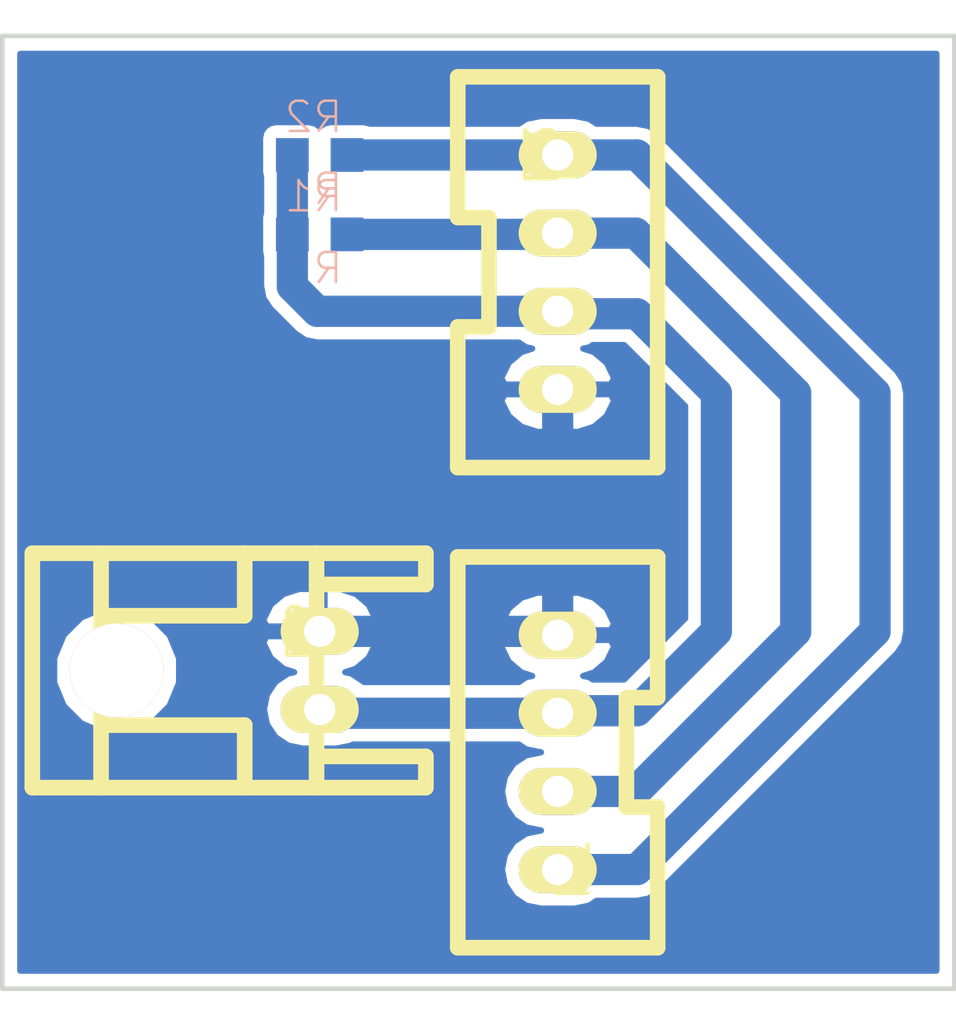
<source format=kicad_pcb>
(kicad_pcb (version 4) (host pcbnew 4.0.2-stable)

  (general
    (links 10)
    (no_connects 0)
    (area 101.524999 67.234999 132.155001 97.865001)
    (thickness 1.6)
    (drawings 4)
    (tracks 29)
    (zones 0)
    (modules 5)
    (nets 5)
  )

  (page A4)
  (layers
    (0 F.Cu signal)
    (31 B.Cu signal)
    (32 B.Adhes user)
    (33 F.Adhes user)
    (34 B.Paste user)
    (35 F.Paste user)
    (36 B.SilkS user)
    (37 F.SilkS user)
    (38 B.Mask user)
    (39 F.Mask user)
    (40 Dwgs.User user)
    (41 Cmts.User user)
    (42 Eco1.User user)
    (43 Eco2.User user)
    (44 Edge.Cuts user)
    (45 Margin user)
    (46 B.CrtYd user)
    (47 F.CrtYd user)
    (48 B.Fab user)
    (49 F.Fab user)
  )

  (setup
    (last_trace_width 1)
    (user_trace_width 0.5)
    (user_trace_width 1)
    (trace_clearance 0.2)
    (zone_clearance 0.4)
    (zone_45_only no)
    (trace_min 0.2)
    (segment_width 0.2)
    (edge_width 0.15)
    (via_size 0.6)
    (via_drill 0.4)
    (via_min_size 0.4)
    (via_min_drill 0.3)
    (user_via 1.2 0.8)
    (uvia_size 0.3)
    (uvia_drill 0.1)
    (uvias_allowed no)
    (uvia_min_size 0.2)
    (uvia_min_drill 0.1)
    (pcb_text_width 0.3)
    (pcb_text_size 1.5 1.5)
    (mod_edge_width 0.15)
    (mod_text_size 1 1)
    (mod_text_width 0.15)
    (pad_size 1.524 1.524)
    (pad_drill 0.762)
    (pad_to_mask_clearance 0.2)
    (aux_axis_origin 0 0)
    (visible_elements 7FFFFFFF)
    (pcbplotparams
      (layerselection 0x01000_80000000)
      (usegerberextensions false)
      (excludeedgelayer true)
      (linewidth 0.100000)
      (plotframeref false)
      (viasonmask false)
      (mode 1)
      (useauxorigin false)
      (hpglpennumber 1)
      (hpglpenspeed 20)
      (hpglpendiameter 15)
      (hpglpenoverlay 2)
      (psnegative false)
      (psa4output false)
      (plotreference true)
      (plotvalue true)
      (plotinvisibletext false)
      (padsonsilk false)
      (subtractmaskfromsilk false)
      (outputformat 1)
      (mirror false)
      (drillshape 0)
      (scaleselection 1)
      (outputdirectory ""))
  )

  (net 0 "")
  (net 1 GND)
  (net 2 +5V)
  (net 3 "Net-(P1-Pad3)")
  (net 4 "Net-(P1-Pad4)")

  (net_class Default "これは標準のネット クラスです。"
    (clearance 0.2)
    (trace_width 0.25)
    (via_dia 0.6)
    (via_drill 0.4)
    (uvia_dia 0.3)
    (uvia_drill 0.1)
    (add_net +5V)
    (add_net GND)
    (add_net "Net-(P1-Pad3)")
    (add_net "Net-(P1-Pad4)")
  )

  (module RP_KiCAD_Connector:XA_2LC (layer F.Cu) (tedit 5763B232) (tstamp 579F2A11)
    (at 111.76 86.36 270)
    (path /579F2B74)
    (fp_text reference P2 (at 0 0.5 270) (layer F.SilkS)
      (effects (font (size 1 1) (thickness 0.15)))
    )
    (fp_text value CONN_01X02 (at 0 -0.5 270) (layer F.Fab)
      (effects (font (size 1 1) (thickness 0.15)))
    )
    (fp_line (start -1.5 -3.4) (end -2.5 -3.4) (layer F.SilkS) (width 0.5))
    (fp_line (start 5 -3.4) (end 4 -3.4) (layer F.SilkS) (width 0.5))
    (fp_line (start 4 -3.4) (end 4 0.1) (layer F.SilkS) (width 0.5))
    (fp_line (start -1.5 -3.4) (end -1.5 0.1) (layer F.SilkS) (width 0.5))
    (fp_line (start 3 2.4) (end 5 2.4) (layer F.SilkS) (width 0.5))
    (fp_line (start -0.5 2.4) (end -2.5 2.4) (layer F.SilkS) (width 0.5))
    (fp_line (start 3 2.4) (end 3 7) (layer F.SilkS) (width 0.5))
    (fp_line (start -0.5 2.4) (end -0.5 7) (layer F.SilkS) (width 0.5))
    (fp_line (start -2.5 0.1) (end 5 0.1) (layer F.SilkS) (width 0.5))
    (fp_line (start -2.5 7) (end 5 7) (layer F.SilkS) (width 0.5))
    (fp_line (start -2.5 9.2) (end 5 9.2) (layer F.SilkS) (width 0.5))
    (fp_line (start 5 -3.4) (end 5 9.2) (layer F.SilkS) (width 0.5))
    (fp_line (start -2.5 -3.4) (end -2.5 9.2) (layer F.SilkS) (width 0.5))
    (pad 1 thru_hole oval (at 0 0 270) (size 1.5 2.5) (drill 1) (layers *.Cu *.Mask F.SilkS)
      (net 1 GND))
    (pad 2 thru_hole oval (at 2.5 0 270) (size 1.5 2.5) (drill 1) (layers *.Cu *.Mask F.SilkS)
      (net 2 +5V))
    (pad "" thru_hole circle (at 1.25 6.5 270) (size 3 3) (drill 3) (layers *.Cu *.Mask F.SilkS)
      (clearance -0.3))
    (model conn_XA/XA_2S.wrl
      (at (xyz 0.05 -0.2 0))
      (scale (xyz 4 4 4))
      (rotate (xyz 0 0 180))
    )
  )

  (module RP_KiCAD_Connector:XA_4T (layer F.Cu) (tedit 5763BB94) (tstamp 579F2A6C)
    (at 119.38 93.98 90)
    (path /579F29C3)
    (fp_text reference P1 (at 0 0.5 90) (layer F.SilkS)
      (effects (font (size 1 1) (thickness 0.15)))
    )
    (fp_text value CONN_01X04 (at 0 -0.5 90) (layer F.Fab)
      (effects (font (size 1 1) (thickness 0.15)))
    )
    (fp_line (start -2.5 3.2) (end 2 3.2) (layer F.SilkS) (width 0.5))
    (fp_line (start 2 3.2) (end 2 2.2) (layer F.SilkS) (width 0.5))
    (fp_line (start 2 2.2) (end 5.5 2.2) (layer F.SilkS) (width 0.5))
    (fp_line (start 5.5 2.2) (end 5.5 3.2) (layer F.SilkS) (width 0.5))
    (fp_line (start 5.5 3.2) (end 10 3.2) (layer F.SilkS) (width 0.5))
    (fp_line (start 10 -3.2) (end -2.5 -3.2) (layer F.SilkS) (width 0.5))
    (fp_line (start 10 3.2) (end 10 -3.2) (layer F.SilkS) (width 0.5))
    (fp_line (start -2.5 -3.2) (end -2.5 3.2) (layer F.SilkS) (width 0.5))
    (pad 4 thru_hole oval (at 0 0 90) (size 1.5 2.5) (drill 1) (layers *.Cu *.Mask F.SilkS)
      (net 4 "Net-(P1-Pad4)"))
    (pad 3 thru_hole oval (at 2.5 0 90) (size 1.5 2.5) (drill 1) (layers *.Cu *.Mask F.SilkS)
      (net 3 "Net-(P1-Pad3)"))
    (pad 2 thru_hole oval (at 5 0 90) (size 1.5 2.5) (drill 1) (layers *.Cu *.Mask F.SilkS)
      (net 2 +5V))
    (pad 1 thru_hole oval (at 7.5 0 90) (size 1.5 2.5) (drill 1) (layers *.Cu *.Mask F.SilkS)
      (net 1 GND))
    (model conn_XA/XA_4T.wrl
      (at (xyz 0.15 0 0))
      (scale (xyz 3.95 3.95 3.95))
      (rotate (xyz -90 0 0))
    )
  )

  (module RP_KiCAD_Connector:XA_4T (layer F.Cu) (tedit 5763BB94) (tstamp 579F2A73)
    (at 119.38 71.12 270)
    (path /579F2980)
    (fp_text reference P3 (at 0 0.5 270) (layer F.SilkS)
      (effects (font (size 1 1) (thickness 0.15)))
    )
    (fp_text value CONN_01X04 (at 0 -0.5 270) (layer F.Fab)
      (effects (font (size 1 1) (thickness 0.15)))
    )
    (fp_line (start -2.5 3.2) (end 2 3.2) (layer F.SilkS) (width 0.5))
    (fp_line (start 2 3.2) (end 2 2.2) (layer F.SilkS) (width 0.5))
    (fp_line (start 2 2.2) (end 5.5 2.2) (layer F.SilkS) (width 0.5))
    (fp_line (start 5.5 2.2) (end 5.5 3.2) (layer F.SilkS) (width 0.5))
    (fp_line (start 5.5 3.2) (end 10 3.2) (layer F.SilkS) (width 0.5))
    (fp_line (start 10 -3.2) (end -2.5 -3.2) (layer F.SilkS) (width 0.5))
    (fp_line (start 10 3.2) (end 10 -3.2) (layer F.SilkS) (width 0.5))
    (fp_line (start -2.5 -3.2) (end -2.5 3.2) (layer F.SilkS) (width 0.5))
    (pad 4 thru_hole oval (at 0 0 270) (size 1.5 2.5) (drill 1) (layers *.Cu *.Mask F.SilkS)
      (net 4 "Net-(P1-Pad4)"))
    (pad 3 thru_hole oval (at 2.5 0 270) (size 1.5 2.5) (drill 1) (layers *.Cu *.Mask F.SilkS)
      (net 3 "Net-(P1-Pad3)"))
    (pad 2 thru_hole oval (at 5 0 270) (size 1.5 2.5) (drill 1) (layers *.Cu *.Mask F.SilkS)
      (net 2 +5V))
    (pad 1 thru_hole oval (at 7.5 0 270) (size 1.5 2.5) (drill 1) (layers *.Cu *.Mask F.SilkS)
      (net 1 GND))
    (model conn_XA/XA_4T.wrl
      (at (xyz 0.15 0 0))
      (scale (xyz 3.95 3.95 3.95))
      (rotate (xyz -90 0 0))
    )
  )

  (module RP_KiCAD_Libs:C0603K (layer B.Cu) (tedit 0) (tstamp 57A2F859)
    (at 111.76 73.66 180)
    (descr "<b>Ceramic Chip Capacitor KEMET 0603 reflow solder</b><p>\nMetric Code Size 1608")
    (path /579F2A87)
    (fp_text reference R1 (at -0.8 0.65 180) (layer B.SilkS)
      (effects (font (size 0.9652 0.9652) (thickness 0.08128)) (justify left bottom mirror))
    )
    (fp_text value R (at -0.8 -1.65 180) (layer B.SilkS)
      (effects (font (size 0.9652 0.9652) (thickness 0.08128)) (justify left bottom mirror))
    )
    (fp_line (start -0.725 0.35) (end 0.725 0.35) (layer Dwgs.User) (width 0.1016))
    (fp_line (start 0.725 -0.35) (end -0.725 -0.35) (layer Dwgs.User) (width 0.1016))
    (fp_poly (pts (xy -0.8 -0.4) (xy -0.45 -0.4) (xy -0.45 0.4) (xy -0.8 0.4)) (layer Dwgs.User) (width 0))
    (fp_poly (pts (xy 0.45 -0.4) (xy 0.8 -0.4) (xy 0.8 0.4) (xy 0.45 0.4)) (layer Dwgs.User) (width 0))
    (pad 1 smd rect (at -0.875 0 180) (size 1.05 1.08) (layers B.Cu B.Paste B.Mask)
      (net 3 "Net-(P1-Pad3)"))
    (pad 2 smd rect (at 0.875 0 180) (size 1.05 1.08) (layers B.Cu B.Paste B.Mask)
      (net 2 +5V))
    (model Resistors_SMD.3dshapes/R_0603.wrl
      (at (xyz 0 0 0))
      (scale (xyz 1 1 1))
      (rotate (xyz 0 0 0))
    )
  )

  (module RP_KiCAD_Libs:C0603K (layer B.Cu) (tedit 0) (tstamp 57A2F85E)
    (at 111.76 71.12 180)
    (descr "<b>Ceramic Chip Capacitor KEMET 0603 reflow solder</b><p>\nMetric Code Size 1608")
    (path /579F2ADA)
    (fp_text reference R2 (at -0.8 0.65 180) (layer B.SilkS)
      (effects (font (size 0.9652 0.9652) (thickness 0.08128)) (justify left bottom mirror))
    )
    (fp_text value R (at -0.8 -1.65 180) (layer B.SilkS)
      (effects (font (size 0.9652 0.9652) (thickness 0.08128)) (justify left bottom mirror))
    )
    (fp_line (start -0.725 0.35) (end 0.725 0.35) (layer Dwgs.User) (width 0.1016))
    (fp_line (start 0.725 -0.35) (end -0.725 -0.35) (layer Dwgs.User) (width 0.1016))
    (fp_poly (pts (xy -0.8 -0.4) (xy -0.45 -0.4) (xy -0.45 0.4) (xy -0.8 0.4)) (layer Dwgs.User) (width 0))
    (fp_poly (pts (xy 0.45 -0.4) (xy 0.8 -0.4) (xy 0.8 0.4) (xy 0.45 0.4)) (layer Dwgs.User) (width 0))
    (pad 1 smd rect (at -0.875 0 180) (size 1.05 1.08) (layers B.Cu B.Paste B.Mask)
      (net 4 "Net-(P1-Pad4)"))
    (pad 2 smd rect (at 0.875 0 180) (size 1.05 1.08) (layers B.Cu B.Paste B.Mask)
      (net 2 +5V))
    (model Resistors_SMD.3dshapes/R_0603.wrl
      (at (xyz 0 0 0))
      (scale (xyz 1 1 1))
      (rotate (xyz 0 0 0))
    )
  )

  (gr_line (start 101.6 67.31) (end 132.08 67.31) (angle 90) (layer Edge.Cuts) (width 0.15))
  (gr_line (start 101.6 97.79) (end 101.6 67.31) (angle 90) (layer Edge.Cuts) (width 0.15))
  (gr_line (start 132.08 97.79) (end 101.6 97.79) (angle 90) (layer Edge.Cuts) (width 0.15))
  (gr_line (start 132.08 67.31) (end 132.08 97.79) (angle 90) (layer Edge.Cuts) (width 0.15))

  (segment (start 111.76 86.36) (end 119.26 86.36) (width 1) (layer B.Cu) (net 1))
  (segment (start 119.26 86.36) (end 119.38 86.48) (width 1) (layer B.Cu) (net 1) (tstamp 579F2AE0))
  (segment (start 119.38 78.62) (end 119.38 86.48) (width 1) (layer B.Cu) (net 1))
  (segment (start 110.885 73.66) (end 110.885 75.325) (width 1) (layer B.Cu) (net 2) (status 400000))
  (segment (start 111.68 76.12) (end 119.38 76.12) (width 1) (layer B.Cu) (net 2) (tstamp 57A2F871) (status 800000))
  (segment (start 110.885 75.325) (end 111.68 76.12) (width 1) (layer B.Cu) (net 2) (tstamp 57A2F870))
  (segment (start 110.885 71.12) (end 110.885 73.66) (width 1) (layer B.Cu) (net 2) (status C00000))
  (segment (start 119.38 88.98) (end 111.88 88.98) (width 1) (layer B.Cu) (net 2))
  (segment (start 111.88 88.98) (end 111.76 88.86) (width 1) (layer B.Cu) (net 2) (tstamp 579F2AE3))
  (segment (start 119.38 76.12) (end 119.46 76.2) (width 1) (layer B.Cu) (net 2))
  (segment (start 119.46 76.2) (end 121.92 76.2) (width 1) (layer B.Cu) (net 2) (tstamp 579F2AA9))
  (segment (start 121.92 76.2) (end 124.46 78.74) (width 1) (layer B.Cu) (net 2) (tstamp 579F2AAA))
  (segment (start 124.46 78.74) (end 124.46 86.36) (width 1) (layer B.Cu) (net 2) (tstamp 579F2AAB))
  (segment (start 124.46 86.36) (end 121.92 88.9) (width 1) (layer B.Cu) (net 2) (tstamp 579F2AAC))
  (segment (start 121.92 88.9) (end 119.46 88.9) (width 1) (layer B.Cu) (net 2) (tstamp 579F2AAD))
  (segment (start 119.46 88.9) (end 119.38 88.98) (width 1) (layer B.Cu) (net 2) (tstamp 579F2AAE))
  (segment (start 112.635 73.66) (end 119.34 73.66) (width 1) (layer B.Cu) (net 3) (status C00000))
  (segment (start 119.34 73.66) (end 119.38 73.62) (width 1) (layer B.Cu) (net 3) (tstamp 57A2F86B) (status C00000))
  (segment (start 119.38 73.62) (end 121.88 73.62) (width 1) (layer B.Cu) (net 3))
  (segment (start 121.88 91.48) (end 119.38 91.48) (width 1) (layer B.Cu) (net 3) (tstamp 579F2ABB))
  (segment (start 127 86.36) (end 121.88 91.48) (width 1) (layer B.Cu) (net 3) (tstamp 579F2AB9))
  (segment (start 127 78.74) (end 127 86.36) (width 1) (layer B.Cu) (net 3) (tstamp 579F2AB7))
  (segment (start 121.88 73.62) (end 127 78.74) (width 1) (layer B.Cu) (net 3) (tstamp 579F2AB6))
  (segment (start 119.38 71.12) (end 112.635 71.12) (width 1) (layer B.Cu) (net 4) (status C00000))
  (segment (start 119.38 71.12) (end 121.92 71.12) (width 1) (layer B.Cu) (net 4))
  (segment (start 121.92 93.98) (end 119.38 93.98) (width 1) (layer B.Cu) (net 4) (tstamp 579F2AC2))
  (segment (start 129.54 86.36) (end 121.92 93.98) (width 1) (layer B.Cu) (net 4) (tstamp 579F2AC0))
  (segment (start 129.54 78.74) (end 129.54 86.36) (width 1) (layer B.Cu) (net 4) (tstamp 579F2ABF))
  (segment (start 121.92 71.12) (end 129.54 78.74) (width 1) (layer B.Cu) (net 4) (tstamp 579F2ABE))

  (zone (net 1) (net_name GND) (layer B.Cu) (tstamp 579F2AEB) (hatch edge 0.508)
    (connect_pads (clearance 0.4))
    (min_thickness 0.2)
    (fill yes (arc_segments 16) (thermal_gap 0.508) (thermal_bridge_width 0.508))
    (polygon
      (pts
        (xy 132.08 97.79) (xy 101.6 97.79) (xy 101.6 67.31) (xy 132.08 67.31) (xy 132.08 97.79)
      )
    )
    (filled_polygon
      (pts
        (xy 131.505 97.215) (xy 102.175 97.215) (xy 102.175 88.006079) (xy 103.259654 88.006079) (xy 103.563494 88.741429)
        (xy 104.125612 89.304529) (xy 104.86043 89.609652) (xy 105.656079 89.610346) (xy 106.391429 89.306506) (xy 106.954529 88.744388)
        (xy 107.259652 88.00957) (xy 107.260346 87.213921) (xy 106.956506 86.478571) (xy 106.475604 85.996828) (xy 109.951462 85.996828)
        (xy 110.063873 86.206) (xy 111.606 86.206) (xy 111.606 85.002) (xy 111.914 85.002) (xy 111.914 86.206)
        (xy 113.456127 86.206) (xy 113.504048 86.116828) (xy 117.571462 86.116828) (xy 117.683873 86.326) (xy 119.226 86.326)
        (xy 119.226 85.122) (xy 119.534 85.122) (xy 119.534 86.326) (xy 121.076127 86.326) (xy 121.188538 86.116828)
        (xy 120.949146 85.628644) (xy 120.541962 85.284305) (xy 120.034 85.122) (xy 119.534 85.122) (xy 119.226 85.122)
        (xy 118.726 85.122) (xy 118.218038 85.284305) (xy 117.810854 85.628644) (xy 117.571462 86.116828) (xy 113.504048 86.116828)
        (xy 113.568538 85.996828) (xy 113.329146 85.508644) (xy 112.921962 85.164305) (xy 112.414 85.002) (xy 111.914 85.002)
        (xy 111.606 85.002) (xy 111.106 85.002) (xy 110.598038 85.164305) (xy 110.190854 85.508644) (xy 109.951462 85.996828)
        (xy 106.475604 85.996828) (xy 106.394388 85.915471) (xy 105.65957 85.610348) (xy 104.863921 85.609654) (xy 104.128571 85.913494)
        (xy 103.565471 86.475612) (xy 103.260348 87.21043) (xy 103.259654 88.006079) (xy 102.175 88.006079) (xy 102.175 78.983172)
        (xy 117.571462 78.983172) (xy 117.810854 79.471356) (xy 118.218038 79.815695) (xy 118.726 79.978) (xy 119.226 79.978)
        (xy 119.226 78.774) (xy 119.534 78.774) (xy 119.534 79.978) (xy 120.034 79.978) (xy 120.541962 79.815695)
        (xy 120.949146 79.471356) (xy 121.188538 78.983172) (xy 121.076127 78.774) (xy 119.534 78.774) (xy 119.226 78.774)
        (xy 117.683873 78.774) (xy 117.571462 78.983172) (xy 102.175 78.983172) (xy 102.175 70.58) (xy 109.850205 70.58)
        (xy 109.850205 71.66) (xy 109.885 71.844922) (xy 109.885 72.948179) (xy 109.850205 73.12) (xy 109.850205 74.2)
        (xy 109.885 74.384922) (xy 109.885 75.325) (xy 109.96112 75.707684) (xy 110.177893 76.032107) (xy 110.972893 76.827107)
        (xy 111.297316 77.04388) (xy 111.68 77.12) (xy 118.135613 77.12) (xy 118.367361 77.274849) (xy 118.563613 77.313886)
        (xy 118.218038 77.424305) (xy 117.810854 77.768644) (xy 117.571462 78.256828) (xy 117.683873 78.466) (xy 119.226 78.466)
        (xy 119.226 78.446) (xy 119.534 78.446) (xy 119.534 78.466) (xy 121.076127 78.466) (xy 121.188538 78.256828)
        (xy 120.949146 77.768644) (xy 120.541962 77.424305) (xy 120.196387 77.313886) (xy 120.392639 77.274849) (xy 120.504658 77.2)
        (xy 121.505786 77.2) (xy 123.46 79.154213) (xy 123.46 85.945787) (xy 121.505786 87.9) (xy 120.504658 87.9)
        (xy 120.392639 87.825151) (xy 120.196387 87.786114) (xy 120.541962 87.675695) (xy 120.949146 87.331356) (xy 121.188538 86.843172)
        (xy 121.076127 86.634) (xy 119.534 86.634) (xy 119.534 86.654) (xy 119.226 86.654) (xy 119.226 86.634)
        (xy 117.683873 86.634) (xy 117.571462 86.843172) (xy 117.810854 87.331356) (xy 118.218038 87.675695) (xy 118.563613 87.786114)
        (xy 118.367361 87.825151) (xy 118.135613 87.98) (xy 113.180763 87.98) (xy 113.178168 87.976117) (xy 112.772639 87.705151)
        (xy 112.576387 87.666114) (xy 112.921962 87.555695) (xy 113.329146 87.211356) (xy 113.568538 86.723172) (xy 113.456127 86.514)
        (xy 111.914 86.514) (xy 111.914 86.534) (xy 111.606 86.534) (xy 111.606 86.514) (xy 110.063873 86.514)
        (xy 109.951462 86.723172) (xy 110.190854 87.211356) (xy 110.598038 87.555695) (xy 110.943613 87.666114) (xy 110.747361 87.705151)
        (xy 110.341832 87.976117) (xy 110.070866 88.381646) (xy 109.975715 88.86) (xy 110.070866 89.338354) (xy 110.341832 89.743883)
        (xy 110.747361 90.014849) (xy 111.225715 90.11) (xy 112.294285 90.11) (xy 112.772639 90.014849) (xy 112.824794 89.98)
        (xy 118.135613 89.98) (xy 118.367361 90.134849) (xy 118.845715 90.23) (xy 118.367361 90.325151) (xy 117.961832 90.596117)
        (xy 117.690866 91.001646) (xy 117.595715 91.48) (xy 117.690866 91.958354) (xy 117.961832 92.363883) (xy 118.367361 92.634849)
        (xy 118.845715 92.73) (xy 118.367361 92.825151) (xy 117.961832 93.096117) (xy 117.690866 93.501646) (xy 117.595715 93.98)
        (xy 117.690866 94.458354) (xy 117.961832 94.863883) (xy 118.367361 95.134849) (xy 118.845715 95.23) (xy 119.914285 95.23)
        (xy 120.392639 95.134849) (xy 120.624387 94.98) (xy 121.92 94.98) (xy 122.302684 94.90388) (xy 122.627107 94.687107)
        (xy 130.247107 87.067107) (xy 130.463879 86.742684) (xy 130.46388 86.742683) (xy 130.54 86.36) (xy 130.54 78.74)
        (xy 130.46388 78.357317) (xy 130.247107 78.032893) (xy 122.627107 70.412893) (xy 122.302684 70.19612) (xy 121.92 70.12)
        (xy 120.624387 70.12) (xy 120.392639 69.965151) (xy 119.914285 69.87) (xy 118.845715 69.87) (xy 118.367361 69.965151)
        (xy 118.135613 70.12) (xy 113.372433 70.12) (xy 113.358339 70.11037) (xy 113.16 70.070205) (xy 112.11 70.070205)
        (xy 111.924711 70.105069) (xy 111.757786 70.212483) (xy 111.608339 70.11037) (xy 111.41 70.070205) (xy 110.36 70.070205)
        (xy 110.174711 70.105069) (xy 110.004535 70.214575) (xy 109.89037 70.381661) (xy 109.850205 70.58) (xy 102.175 70.58)
        (xy 102.175 67.885) (xy 131.505 67.885)
      )
    )
  )
)

</source>
